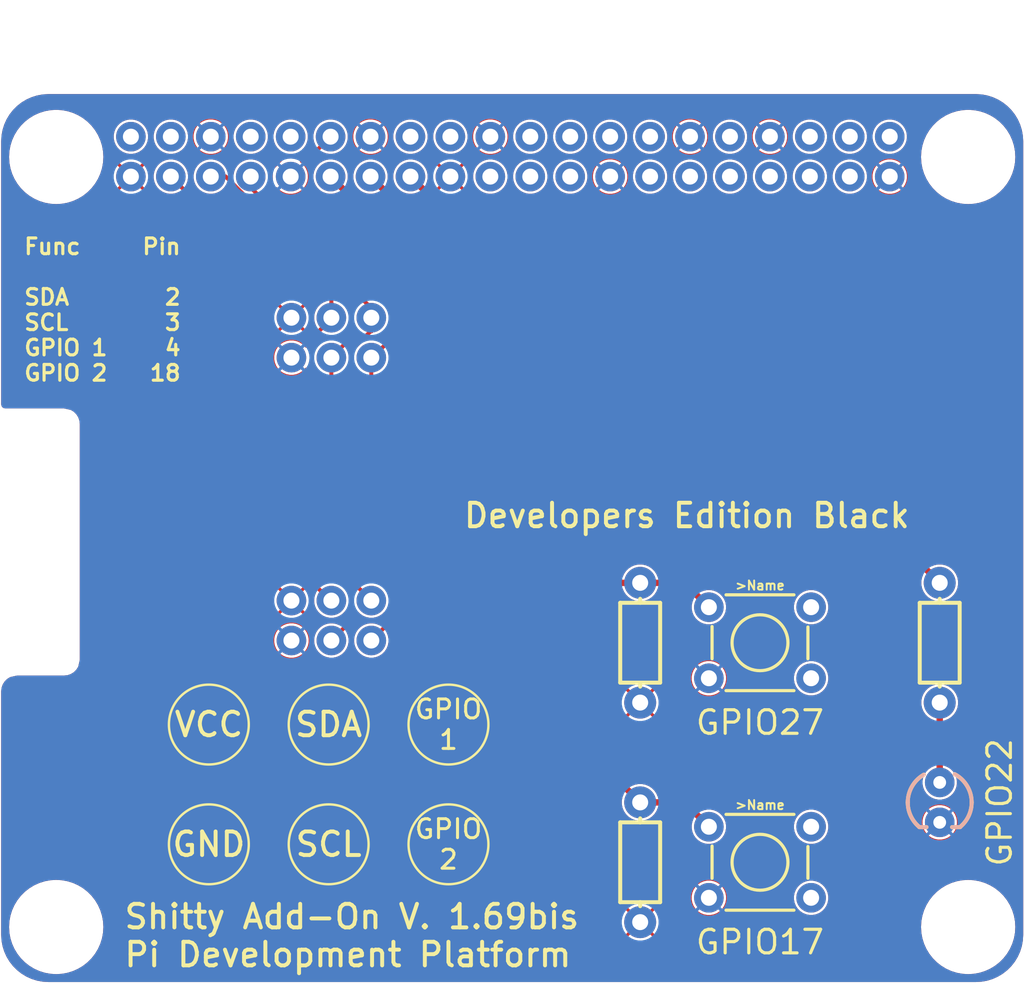
<source format=kicad_pcb>
(kicad_pcb (version 20171130) (host pcbnew "(5.0.0)")
  (layers (0 Top signal) (31 Bottom signal) (34 B.Paste user) (35 F.Paste user) (36 B.SilkS user) (37 F.SilkS user) (38 B.Mask user) (39 F.Mask user) (44 Edge.Cuts user))
  (net 0 "")
  (net 1 5V)
  (net 2 GPIO18)
  (net 3 GPIO23)
  (net 4 GPIO24)
  (net 5 GPIO25)
  (net 6 GPIO16)
  (net 7 GPIO20)
  (net 8 GPIO21)
  (net 9 GPIO26)
  (net 10 GPIO19)
  (net 11 GPIO13)
  (net 12 GPIO6)
  (net 13 GPIO5)
  (net 14 ID_SD)
  (net 15 GPIO11)
  (net 16 GPIO9)
  (net 17 GPIO10)
  (net 18 GPIO22)
  (net 19 GPIO27)
  (net 20 GPIO17)
  (net 21 GND)
  (net 22 GPIO4)
  (net 23 GPIO8)
  (net 24 GPIO7)
  (net 25 ID_SC)
  (net 26 GPIO12)
  (net 27 SDA)
  (net 28 TX)
  (net 29 SCL)
  (net 30 RX)
  (net 31 VCC)
  (net 32 N$1)
  (module ShittyAddonHat:2X20_NOSILK (layer Top) (at 156.7511 53.7536)
    (fp_text reference PI_GPIO hide)
    (fp_text value "")
    (pad 40 thru_hole circle (at 48.26 -2.54) (size 1.8796 1.8796) (drill 1.016) (layers *.Cu *.Mask) (net 8 GPIO21))
    (pad 39 thru_hole circle (at 48.26 0) (size 1.8796 1.8796) (drill 1.016) (layers *.Cu *.Mask) (net 21 GND))
    (pad 38 thru_hole circle (at 45.72 -2.54) (size 1.8796 1.8796) (drill 1.016) (layers *.Cu *.Mask) (net 7 GPIO20))
    (pad 37 thru_hole circle (at 45.72 0) (size 1.8796 1.8796) (drill 1.016) (layers *.Cu *.Mask) (net 9 GPIO26))
    (pad 36 thru_hole circle (at 43.18 -2.54) (size 1.8796 1.8796) (drill 1.016) (layers *.Cu *.Mask) (net 6 GPIO16))
    (pad 35 thru_hole circle (at 43.18 0) (size 1.8796 1.8796) (drill 1.016) (layers *.Cu *.Mask) (net 10 GPIO19))
    (pad 34 thru_hole circle (at 40.64 -2.54) (size 1.8796 1.8796) (drill 1.016) (layers *.Cu *.Mask) (net 21 GND))
    (pad 33 thru_hole circle (at 40.64 0) (size 1.8796 1.8796) (drill 1.016) (layers *.Cu *.Mask) (net 11 GPIO13))
    (pad 32 thru_hole circle (at 38.1 -2.54) (size 1.8796 1.8796) (drill 1.016) (layers *.Cu *.Mask) (net 26 GPIO12))
    (pad 31 thru_hole circle (at 38.1 0) (size 1.8796 1.8796) (drill 1.016) (layers *.Cu *.Mask) (net 12 GPIO6))
    (pad 30 thru_hole circle (at 35.56 -2.54) (size 1.8796 1.8796) (drill 1.016) (layers *.Cu *.Mask) (net 21 GND))
    (pad 29 thru_hole circle (at 35.56 0) (size 1.8796 1.8796) (drill 1.016) (layers *.Cu *.Mask) (net 13 GPIO5))
    (pad 28 thru_hole circle (at 33.02 -2.54) (size 1.8796 1.8796) (drill 1.016) (layers *.Cu *.Mask) (net 25 ID_SC))
    (pad 27 thru_hole circle (at 33.02 0) (size 1.8796 1.8796) (drill 1.016) (layers *.Cu *.Mask) (net 14 ID_SD))
    (pad 26 thru_hole circle (at 30.48 -2.54) (size 1.8796 1.8796) (drill 1.016) (layers *.Cu *.Mask) (net 24 GPIO7))
    (pad 25 thru_hole circle (at 30.48 0) (size 1.8796 1.8796) (drill 1.016) (layers *.Cu *.Mask) (net 21 GND))
    (pad 24 thru_hole circle (at 27.94 -2.54) (size 1.8796 1.8796) (drill 1.016) (layers *.Cu *.Mask) (net 23 GPIO8))
    (pad 23 thru_hole circle (at 27.94 0) (size 1.8796 1.8796) (drill 1.016) (layers *.Cu *.Mask) (net 15 GPIO11))
    (pad 22 thru_hole circle (at 25.4 -2.54) (size 1.8796 1.8796) (drill 1.016) (layers *.Cu *.Mask) (net 5 GPIO25))
    (pad 21 thru_hole circle (at 25.4 0) (size 1.8796 1.8796) (drill 1.016) (layers *.Cu *.Mask) (net 16 GPIO9))
    (pad 20 thru_hole circle (at 22.86 -2.54) (size 1.8796 1.8796) (drill 1.016) (layers *.Cu *.Mask) (net 21 GND))
    (pad 19 thru_hole circle (at 22.86 0) (size 1.8796 1.8796) (drill 1.016) (layers *.Cu *.Mask) (net 17 GPIO10))
    (pad 18 thru_hole circle (at 20.32 -2.54) (size 1.8796 1.8796) (drill 1.016) (layers *.Cu *.Mask) (net 4 GPIO24))
    (pad 17 thru_hole circle (at 20.32 0) (size 1.8796 1.8796) (drill 1.016) (layers *.Cu *.Mask) (net 31 VCC))
    (pad 16 thru_hole circle (at 17.78 -2.54) (size 1.8796 1.8796) (drill 1.016) (layers *.Cu *.Mask) (net 3 GPIO23))
    (pad 15 thru_hole circle (at 17.78 0) (size 1.8796 1.8796) (drill 1.016) (layers *.Cu *.Mask) (net 18 GPIO22))
    (pad 14 thru_hole circle (at 15.24 -2.54) (size 1.8796 1.8796) (drill 1.016) (layers *.Cu *.Mask) (net 21 GND))
    (pad 13 thru_hole circle (at 15.24 0) (size 1.8796 1.8796) (drill 1.016) (layers *.Cu *.Mask) (net 19 GPIO27))
    (pad 12 thru_hole circle (at 12.7 -2.54) (size 1.8796 1.8796) (drill 1.016) (layers *.Cu *.Mask) (net 2 GPIO18))
    (pad 11 thru_hole circle (at 12.7 0) (size 1.8796 1.8796) (drill 1.016) (layers *.Cu *.Mask) (net 20 GPIO17))
    (pad 10 thru_hole circle (at 10.16 -2.54) (size 1.8796 1.8796) (drill 1.016) (layers *.Cu *.Mask) (net 30 RX))
    (pad 9 thru_hole circle (at 10.16 0) (size 1.8796 1.8796) (drill 1.016) (layers *.Cu *.Mask) (net 21 GND))
    (pad 8 thru_hole circle (at 7.62 -2.54) (size 1.8796 1.8796) (drill 1.016) (layers *.Cu *.Mask) (net 28 TX))
    (pad 7 thru_hole circle (at 7.62 0) (size 1.8796 1.8796) (drill 1.016) (layers *.Cu *.Mask) (net 22 GPIO4))
    (pad 6 thru_hole circle (at 5.08 -2.54) (size 1.8796 1.8796) (drill 1.016) (layers *.Cu *.Mask) (net 21 GND))
    (pad 5 thru_hole circle (at 5.08 0) (size 1.8796 1.8796) (drill 1.016) (layers *.Cu *.Mask) (net 29 SCL))
    (pad 4 thru_hole circle (at 2.54 -2.54) (size 1.8796 1.8796) (drill 1.016) (layers *.Cu *.Mask) (net 1 5V))
    (pad 3 thru_hole circle (at 2.54 0) (size 1.8796 1.8796) (drill 1.016) (layers *.Cu *.Mask) (net 27 SDA))
    (pad 2 thru_hole circle (at 0 -2.54) (size 1.8796 1.8796) (drill 1.016) (layers *.Cu *.Mask) (net 1 5V))
    (pad 1 thru_hole circle (at 0 0) (size 1.8796 1.8796) (drill 1.016) (layers *.Cu *.Mask) (net 31 VCC))
  )
  (module ShittyAddonHat:2X3-NS (layer Top) (at 169.5011 64.0036)
    (fp_text reference J2 hide)
    (fp_text value "")
    (pad 6 thru_hole circle (at 2.54 -1.27) (size 1.8796 1.8796) (drill 1.016) (layers *.Cu *.Mask) (net 22 GPIO4))
    (pad 5 thru_hole circle (at 2.54 1.27) (size 1.8796 1.8796) (drill 1.016) (layers *.Cu *.Mask) (net 2 GPIO18))
    (pad 4 thru_hole circle (at 0 -1.27) (size 1.8796 1.8796) (drill 1.016) (layers *.Cu *.Mask) (net 27 SDA))
    (pad 3 thru_hole circle (at 0 1.27) (size 1.8796 1.8796) (drill 1.016) (layers *.Cu *.Mask) (net 29 SCL))
    (pad 2 thru_hole circle (at -2.54 -1.27) (size 1.8796 1.8796) (drill 1.016) (layers *.Cu *.Mask) (net 31 VCC))
    (pad 1 thru_hole circle (at -2.54 1.27) (size 1.8796 1.8796) (drill 1.016) (layers *.Cu *.Mask) (net 21 GND))
  )
  (module ShittyAddonHat:2X3-NS (layer Top) (at 169.5011 82.0036)
    (fp_text reference J1 hide)
    (fp_text value "")
    (pad 6 thru_hole circle (at 2.54 -1.27) (size 1.8796 1.8796) (drill 1.016) (layers *.Cu *.Mask) (net 22 GPIO4))
    (pad 5 thru_hole circle (at 2.54 1.27) (size 1.8796 1.8796) (drill 1.016) (layers *.Cu *.Mask) (net 2 GPIO18))
    (pad 4 thru_hole circle (at 0 -1.27) (size 1.8796 1.8796) (drill 1.016) (layers *.Cu *.Mask) (net 27 SDA))
    (pad 3 thru_hole circle (at 0 1.27) (size 1.8796 1.8796) (drill 1.016) (layers *.Cu *.Mask) (net 29 SCL))
    (pad 2 thru_hole circle (at -2.54 -1.27) (size 1.8796 1.8796) (drill 1.016) (layers *.Cu *.Mask) (net 31 VCC))
    (pad 1 thru_hole circle (at -2.54 1.27) (size 1.8796 1.8796) (drill 1.016) (layers *.Cu *.Mask) (net 21 GND))
  )
  (module ShittyAddonHat:TACTILE_SWITCH_PTH_6.0MM (layer Top) (at 196.7611 97.3836)
    (fp_text reference S1 hide)
    (fp_text value "" hide)
    (fp_text user >Name (at 0 -3.302) (layer F.SilkS) (effects (font (size 0.57912 0.57912) (thickness 0.12192)) (justify bottom)))
    (fp_circle (center 0 0) (end 1.778 0) (layer F.SilkS) (width 0.2032))
    (fp_line (start -3.048 -1.028) (end -3.048 1.016) (layer F.SilkS) (width 0.2032))
    (fp_line (start 3.048 -0.998) (end 3.048 1.016) (layer F.SilkS) (width 0.2032))
    (fp_line (start -2.159 3.048) (end 2.159 3.048) (layer F.SilkS) (width 0.2032))
    (fp_line (start 2.159 -3.048) (end -2.159 -3.048) (layer F.SilkS) (width 0.2032))
    (pad 4 thru_hole circle (at 3.2512 2.2606) (size 1.8796 1.8796) (drill 1.016) (layers *.Cu *.Mask))
    (pad 3 thru_hole circle (at -3.2512 2.2606) (size 1.8796 1.8796) (drill 1.016) (layers *.Cu *.Mask) (net 21 GND))
    (pad 2 thru_hole circle (at 3.2512 -2.2606) (size 1.8796 1.8796) (drill 1.016) (layers *.Cu *.Mask))
    (pad 1 thru_hole circle (at -3.2512 -2.2606) (size 1.8796 1.8796) (drill 1.016) (layers *.Cu *.Mask) (net 20 GPIO17))
  )
  (module ShittyAddonHat:TACTILE_SWITCH_PTH_6.0MM (layer Top) (at 196.7611 83.4136)
    (fp_text reference S2 hide)
    (fp_text value "" hide)
    (fp_text user >Name (at 0 -3.302) (layer F.SilkS) (effects (font (size 0.57912 0.57912) (thickness 0.12192)) (justify bottom)))
    (fp_circle (center 0 0) (end 1.778 0) (layer F.SilkS) (width 0.2032))
    (fp_line (start -3.048 -1.028) (end -3.048 1.016) (layer F.SilkS) (width 0.2032))
    (fp_line (start 3.048 -0.998) (end 3.048 1.016) (layer F.SilkS) (width 0.2032))
    (fp_line (start -2.159 3.048) (end 2.159 3.048) (layer F.SilkS) (width 0.2032))
    (fp_line (start 2.159 -3.048) (end -2.159 -3.048) (layer F.SilkS) (width 0.2032))
    (pad 4 thru_hole circle (at 3.2512 2.2606) (size 1.8796 1.8796) (drill 1.016) (layers *.Cu *.Mask))
    (pad 3 thru_hole circle (at -3.2512 2.2606) (size 1.8796 1.8796) (drill 1.016) (layers *.Cu *.Mask) (net 21 GND))
    (pad 2 thru_hole circle (at 3.2512 -2.2606) (size 1.8796 1.8796) (drill 1.016) (layers *.Cu *.Mask))
    (pad 1 thru_hole circle (at -3.2512 -2.2606) (size 1.8796 1.8796) (drill 1.016) (layers *.Cu *.Mask) (net 19 GPIO27))
  )
  (module ShittyAddonHat:AXIAL-0.3-KIT (layer Top) (at 189.1411 97.3836 90)
    (fp_text reference R1 hide)
    (fp_text value 10k)
    (fp_line (start -2.54 0) (end -2.794 0) (layer F.SilkS) (width 0.254))
    (fp_line (start 2.54 0) (end 2.794 0) (layer F.SilkS) (width 0.254))
    (fp_line (start -2.54 0) (end -2.54 -1.27) (layer F.SilkS) (width 0.254))
    (fp_line (start -2.54 1.27) (end -2.54 0) (layer F.SilkS) (width 0.254))
    (fp_line (start 2.54 1.27) (end -2.54 1.27) (layer F.SilkS) (width 0.254))
    (fp_line (start 2.54 0) (end 2.54 1.27) (layer F.SilkS) (width 0.254))
    (fp_line (start 2.54 -1.27) (end 2.54 0) (layer F.SilkS) (width 0.254))
    (fp_line (start -2.54 -1.27) (end 2.54 -1.27) (layer F.SilkS) (width 0.254))
    (pad P$2 thru_hole circle (at 3.81 0 90) (size 2.032 2.032) (drill 1.016) (layers *.Cu *.Mask) (net 20 GPIO17))
    (pad P$1 thru_hole circle (at -3.81 0 90) (size 2.032 2.032) (drill 1.016) (layers *.Cu *.Mask) (net 31 VCC))
  )
  (module RPi_Hat:RPi_Hat_Mounting_Hole (layer Top) (at 210 52.5)
    (fp_text reference "" hide)
    (fp_text value "" hide)
    (pad "" np_thru_hole circle (at 0 0) (size 2.75 2.75) (drill 2.75) (layers *.Cu *.Mask) (clearance 1.725))
  )
  (module RPi_Hat:RPi_Hat_Mounting_Hole (layer Top) (at 210 101.5)
    (fp_text reference "" hide)
    (fp_text value "" hide)
    (pad "" np_thru_hole circle (at 0 0) (size 2.75 2.75) (drill 2.75) (layers *.Cu *.Mask) (clearance 1.725))
  )
  (module RPi_Hat:RPi_Hat_Mounting_Hole (layer Top) (at 152 101.5)
    (fp_text reference "" hide)
    (fp_text value "" hide)
    (pad "" np_thru_hole circle (at 0 0) (size 2.75 2.75) (drill 2.75) (layers *.Cu *.Mask) (clearance 1.725))
  )
  (module RPi_Hat:RPi_Hat_Mounting_Hole (layer Top) (at 152 52.5)
    (fp_text reference "" hide)
    (fp_text value "" hide)
    (pad "" np_thru_hole circle (at 0 0) (size 2.75 2.75) (drill 2.75) (layers *.Cu *.Mask) (clearance 1.725))
  )
  (module ShittyAddonHat:AXIAL-0.3-KIT (layer Top) (at 189.1411 83.4136 90)
    (fp_text reference R2 hide)
    (fp_text value 10k)
    (fp_line (start -2.54 0) (end -2.794 0) (layer F.SilkS) (width 0.254))
    (fp_line (start 2.54 0) (end 2.794 0) (layer F.SilkS) (width 0.254))
    (fp_line (start -2.54 0) (end -2.54 -1.27) (layer F.SilkS) (width 0.254))
    (fp_line (start -2.54 1.27) (end -2.54 0) (layer F.SilkS) (width 0.254))
    (fp_line (start 2.54 1.27) (end -2.54 1.27) (layer F.SilkS) (width 0.254))
    (fp_line (start 2.54 0) (end 2.54 1.27) (layer F.SilkS) (width 0.254))
    (fp_line (start 2.54 -1.27) (end 2.54 0) (layer F.SilkS) (width 0.254))
    (fp_line (start -2.54 -1.27) (end 2.54 -1.27) (layer F.SilkS) (width 0.254))
    (pad P$2 thru_hole circle (at 3.81 0 90) (size 2.032 2.032) (drill 1.016) (layers *.Cu *.Mask) (net 19 GPIO27))
    (pad P$1 thru_hole circle (at -3.81 0 90) (size 2.032 2.032) (drill 1.016) (layers *.Cu *.Mask) (net 31 VCC))
  )
  (module ShittyAddonHat:LED_3MM (layer Top) (at 208.1911 93.5736 270)
    (fp_text reference D1 hide)
    (fp_text value "")
    (fp_line (start 1.5748 1.2954) (end 1.5748 0.8382) (layer F.SilkS) (width 0.254))
    (fp_line (start 1.5748 -1.2954) (end 1.5748 -0.7874) (layer F.SilkS) (width 0.254))
    (fp_arc (start -0.000056 0) (end -1.7643 1.0082) (angle -60.255215) (layer F.SilkS) (width 0.254))
    (fp_arc (start 0.000037 0) (end 0 2.032) (angle -49.763022) (layer F.SilkS) (width 0.254))
    (fp_arc (start 0.00006 0) (end -1.7929 -0.9562) (angle 61.926949) (layer F.SilkS) (width 0.254))
    (fp_arc (start 0.000012 0) (end 0 -2.032) (angle 50.193108) (layer F.SilkS) (width 0.254))
    (fp_line (start 1.5748 1.2954) (end 1.5748 0.8382) (layer B.SilkS) (width 0.254))
    (fp_line (start 1.5748 -1.2954) (end 1.5748 -0.7874) (layer B.SilkS) (width 0.254))
    (fp_arc (start -0.000056 0) (end -1.7643 1.0082) (angle -60.255215) (layer B.SilkS) (width 0.254))
    (fp_arc (start 0.000037 0) (end 0 2.032) (angle -49.763022) (layer B.SilkS) (width 0.254))
    (fp_arc (start 0.00006 0) (end -1.7929 -0.9562) (angle 61.926949) (layer B.SilkS) (width 0.254))
    (fp_arc (start 0.000012 0) (end 0 -2.032) (angle 50.193108) (layer B.SilkS) (width 0.254))
    (pad K thru_hole circle (at 1.27 0 270) (size 1.8796 1.8796) (drill 0.8128) (layers *.Cu *.Mask) (net 21 GND))
    (pad A thru_hole circle (at -1.27 0 270) (size 1.8796 1.8796) (drill 0.8128) (layers *.Cu *.Mask) (net 32 N$1))
  )
  (module ShittyAddonHat:AXIAL-0.3-KIT (layer Top) (at 208.1911 83.4136 270)
    (fp_text reference R3 hide)
    (fp_text value 22)
    (fp_line (start -2.54 0) (end -2.794 0) (layer F.SilkS) (width 0.254))
    (fp_line (start 2.54 0) (end 2.794 0) (layer F.SilkS) (width 0.254))
    (fp_line (start -2.54 0) (end -2.54 -1.27) (layer F.SilkS) (width 0.254))
    (fp_line (start -2.54 1.27) (end -2.54 0) (layer F.SilkS) (width 0.254))
    (fp_line (start 2.54 1.27) (end -2.54 1.27) (layer F.SilkS) (width 0.254))
    (fp_line (start 2.54 0) (end 2.54 1.27) (layer F.SilkS) (width 0.254))
    (fp_line (start 2.54 -1.27) (end 2.54 0) (layer F.SilkS) (width 0.254))
    (fp_line (start -2.54 -1.27) (end 2.54 -1.27) (layer F.SilkS) (width 0.254))
    (pad P$2 thru_hole circle (at 3.81 0 270) (size 2.032 2.032) (drill 1.016) (layers *.Cu *.Mask) (net 32 N$1))
    (pad P$1 thru_hole circle (at -3.81 0 270) (size 2.032 2.032) (drill 1.016) (layers *.Cu *.Mask) (net 18 GPIO22))
  )
  (gr_text "GPIO\n2" (at 176.9491 96.2406) (layer F.SilkS) (effects (font (size 1.2065 1.2065) (thickness 0.1905))))
  (gr_text "GPIO\n1" (at 176.9491 88.6206) (layer F.SilkS) (effects (font (size 1.2065 1.2065) (thickness 0.1905))))
  (gr_circle (center 176.9491 88.6206) (end 179.4891 88.6206) (layer F.SilkS) (width 0.1524))
  (gr_text SDA (at 169.3291 88.6206) (layer F.SilkS) (effects (font (size 1.5 1.5) (thickness 0.25))))
  (gr_circle (center 169.3291 88.6206) (end 171.8691 88.6206) (layer F.SilkS) (width 0.1524))
  (gr_text SCL (at 169.3291 96.2406) (layer F.SilkS) (effects (font (size 1.5 1.5) (thickness 0.25))))
  (gr_circle (center 169.3291 96.2406) (end 171.8691 96.2406) (layer F.SilkS) (width 0.1524))
  (gr_text GND (at 161.7091 96.2406) (layer F.SilkS) (effects (font (size 1.5 1.5) (thickness 0.25))))
  (gr_circle (center 161.7091 96.2406) (end 164.2491 96.2406) (layer F.SilkS) (width 0.1524))
  (gr_circle (center 161.7091 88.6206) (end 164.2491 88.6206) (layer F.SilkS) (width 0.1524))
  (gr_text VCC (at 161.7091 88.6206) (layer F.SilkS) (effects (font (size 1.5 1.5) (thickness 0.25))))
  (gr_text "Shitty Add-On V. 1.69bis\nPi Development Platform" (at 156.21 104.14) (layer F.SilkS) (effects (font (size 1.5 1.5) (thickness 0.25)) (justify left bottom)))
  (gr_text "Developers Edition Black" (at 177.8 76.2) (layer F.SilkS) (effects (font (size 1.5 1.5) (thickness 0.25)) (justify left bottom)))
  (gr_text "Func\n\nSDA\nSCL\nGPIO 1\nGPIO 2\n" (at 149.86 62.23) (layer F.SilkS) (effects (font (size 1 1) (thickness 0.2)) (justify left)))
  (gr_text "Pin\n\n2\n3\n4\n18" (at 160.02 62.23) (layer F.SilkS) (effects (font (size 1 1) (thickness 0.2)) (justify right)))
  (gr_circle (center 176.9491 96.2406) (end 179.4891 96.2406) (layer F.SilkS) (width 0.1524))
  (gr_text GPIO17 (at 196.7611 102.4636) (layer F.SilkS) (effects (font (size 1.5 1.5) (thickness 0.2))))
  (gr_text GPIO27 (at 196.7611 88.4936) (layer F.SilkS) (effects (font (size 1.5 1.5) (thickness 0.2))))
  (gr_text GPIO22 (at 212.0011 93.5736 90) (layer F.SilkS) (effects (font (size 1.5 1.5) (thickness 0.2))))
  (segment (start 169.4511 51.2136) (end 168.2319 52.4328) (width 0.254) (layer Top) (net 2))
  (segment (start 165.6919 53.248588) (end 165.6919 53.2688) (width 0.254) (layer Top) (net 2))
  (segment (start 165.6919 53.2688) (end 165.6461 53.3146) (width 0.254) (layer Top) (net 2))
  (segment (start 166.507687 52.4328) (end 165.6919 53.248588) (width 0.254) (layer Top) (net 2))
  (segment (start 168.2319 52.4328) (end 166.507687 52.4328) (width 0.254) (layer Top) (net 2))
  (segment (start 165.6461 53.3146) (end 165.6461 54.8386) (width 0.254) (layer Top) (net 2))
  (segment (start 165.6461 54.8386) (end 172.2501 61.4426) (width 0.254) (layer Top) (net 2))
  (segment (start 172.2501 61.4426) (end 172.6311 61.4426) (width 0.254) (layer Top) (net 2))
  (segment (start 172.6311 61.4426) (end 173.2661 62.0776) (width 0.254) (layer Top) (net 2))
  (segment (start 173.2661 62.0776) (end 173.2661 64.1096) (width 0.254) (layer Top) (net 2))
  (segment (start 173.2661 64.1096) (end 172.1021 65.2736) (width 0.254) (layer Top) (net 2))
  (segment (start 172.1021 65.2736) (end 172.0411 65.2736) (width 0.254) (layer Top) (net 2))
  (segment (start 172.0411 65.2736) (end 172.0411 78.8866) (width 0.254) (layer Top) (net 2))
  (segment (start 172.0411 78.8866) (end 173.2661 80.1116) (width 0.254) (layer Top) (net 2))
  (segment (start 173.2661 82.0486) (end 172.0411 83.2736) (width 0.254) (layer Top) (net 2))
  (segment (start 173.2661 80.1116) (end 173.2661 82.0486) (width 0.254) (layer Top) (net 2))
  (segment (start 174.5311 53.7536) (end 176.4411 55.6636) (width 0.4064) (layer Top) (net 18))
  (segment (start 176.4411 55.6636) (end 176.4411 75.7936) (width 0.4064) (layer Top) (net 18))
  (segment (start 176.4411 75.7936) (end 177.7111 77.0636) (width 0.4064) (layer Top) (net 18))
  (segment (start 205.6511 77.0636) (end 208.1911 79.6036) (width 0.4064) (layer Top) (net 18))
  (segment (start 177.7111 77.0636) (end 205.6511 77.0636) (width 0.4064) (layer Top) (net 18))
  (segment (start 191.9605 79.6036) (end 189.1411 79.6036) (width 0.4064) (layer Top) (net 19))
  (segment (start 193.5099 81.153) (end 191.9605 79.6036) (width 0.4064) (layer Top) (net 19))
  (segment (start 189.1411 79.6036) (end 177.7111 79.6036) (width 0.4064) (layer Top) (net 19))
  (segment (start 177.7111 79.6036) (end 175.1711 77.0636) (width 0.4064) (layer Top) (net 19))
  (segment (start 175.1711 56.9336) (end 171.9911 53.7536) (width 0.4064) (layer Top) (net 19))
  (segment (start 175.1711 77.0636) (end 175.1711 56.9336) (width 0.4064) (layer Top) (net 19))
  (segment (start 169.4511 53.7536) (end 173.9011 58.2036) (width 0.4064) (layer Top) (net 20))
  (segment (start 173.9011 80.8736) (end 175.1711 82.1436) (width 0.4064) (layer Top) (net 20))
  (segment (start 175.1711 82.1436) (end 185.3311 82.1436) (width 0.4064) (layer Top) (net 20))
  (segment (start 185.3311 82.1436) (end 186.6011 83.4136) (width 0.4064) (layer Top) (net 20))
  (segment (start 186.6011 83.4136) (end 186.6011 91.0336) (width 0.4064) (layer Top) (net 20))
  (segment (start 186.6011 91.0336) (end 189.1411 93.5736) (width 0.4064) (layer Top) (net 20))
  (segment (start 173.9011 58.2036) (end 173.9011 80.8736) (width 0.4064) (layer Top) (net 20))
  (segment (start 193.5099 95.123) (end 191.9605 93.5736) (width 0.4064) (layer Top) (net 20))
  (segment (start 191.9605 93.5736) (end 189.1411 93.5736) (width 0.4064) (layer Top) (net 20))
  (segment (start 164.3711 53.7536) (end 164.3711 54.4526) (width 0.254) (layer Top) (net 22))
  (segment (start 172.0411 62.1226) (end 172.0411 62.7336) (width 0.254) (layer Top) (net 22))
  (segment (start 164.3711 54.4526) (end 172.0411 62.1226) (width 0.254) (layer Top) (net 22))
  (segment (start 172.0411 62.7336) (end 172.0411 63.6016) (width 0.254) (layer Top) (net 22))
  (segment (start 171.988887 63.6016) (end 170.7261 64.864388) (width 0.254) (layer Top) (net 22))
  (segment (start 172.0411 63.6016) (end 171.988887 63.6016) (width 0.254) (layer Top) (net 22))
  (segment (start 170.7261 79.4186) (end 172.0411 80.7336) (width 0.254) (layer Top) (net 22))
  (segment (start 170.7261 64.864388) (end 170.7261 79.4186) (width 0.254) (layer Top) (net 22))
  (segment (start 169.5011 62.7971) (end 168.2496 64.0486) (width 0.254) (layer Top) (net 27))
  (segment (start 168.2496 64.0486) (end 168.2496 79.5401) (width 0.254) (layer Top) (net 27))
  (segment (start 168.2496 79.5401) (end 169.4431 80.7336) (width 0.254) (layer Top) (net 27))
  (segment (start 169.4431 80.7336) (end 169.5011 80.7336) (width 0.254) (layer Top) (net 27))
  (segment (start 169.5011 62.7336) (end 169.5011 62.7971) (width 0.254) (layer Top) (net 27))
  (segment (start 159.2911 53.7536) (end 161.0111 55.4736) (width 0.254) (layer Top) (net 27))
  (segment (start 161.0111 55.4736) (end 163.6141 55.4736) (width 0.254) (layer Top) (net 27))
  (segment (start 163.6141 55.4736) (end 169.5011 61.3606) (width 0.254) (layer Top) (net 27))
  (segment (start 169.5011 61.3606) (end 169.5011 62.7336) (width 0.254) (layer Top) (net 27))
  (segment (start 170.7511 64.0036) (end 169.5011 65.2536) (width 0.254) (layer Top) (net 29))
  (segment (start 169.5011 65.2536) (end 169.5011 65.2736) (width 0.254) (layer Top) (net 29))
  (segment (start 169.5011 65.2736) (end 169.5011 78.9501) (width 0.254) (layer Top) (net 29))
  (segment (start 170.7896 81.9851) (end 169.5011 83.2736) (width 0.254) (layer Top) (net 29))
  (segment (start 169.5011 78.9501) (end 170.7896 80.2386) (width 0.254) (layer Top) (net 29))
  (segment (start 170.7896 80.2386) (end 170.7896 81.9851) (width 0.254) (layer Top) (net 29))
  (segment (start 170.7511 62.2046) (end 170.7511 64.0036) (width 0.254) (layer Top) (net 29))
  (segment (start 162.7831 53.7536) (end 170.7511 61.7216) (width 0.254) (layer Top) (net 29))
  (segment (start 170.7511 61.7216) (end 170.7511 62.2046) (width 0.254) (layer Top) (net 29))
  (segment (start 161.8311 53.7536) (end 162.7831 53.7536) (width 0.254) (layer Top) (net 29))
  (segment (start 208.1911 87.2236) (end 208.1911 92.3036) (width 0.4064) (layer Top) (net 32))
  (zone (net 0) (net_name "") (layer Top) (priority 6) (connect_pads (clearance 0)) (min_thickness 0.1524)
    (keepout (tracks not_allowed) (vias not_allowed) (copperpour not_allowed))
    (fill (arc_segments 32) (thermal_gap 0.2024) (thermal_bridge_width 0.2024))
    (polygon (pts (xy 152.0011 49.5036) (xy 152.36271 49.525473) (xy 152.719047 49.590775) (xy 153.064915 49.698551) (xy 153.39527 49.847232) (xy 153.705294 50.034648) (xy 153.990468 50.258068) (xy 154.246632 50.514232) (xy 154.470052 50.799406) (xy 154.657468 51.10943) (xy 154.806149 51.439785) (xy 154.913925 51.785653) (xy 154.979227 52.14199) (xy 155.0011 52.5036) (xy 154.979227 52.86521) (xy 154.913925 53.221547) (xy 154.806149 53.567415) (xy 154.657468 53.89777) (xy 154.470052 54.207794) (xy 154.246632 54.492968) (xy 153.990468 54.749132) (xy 153.705294 54.972552) (xy 153.39527 55.159968) (xy 153.064915 55.308649) (xy 152.719047 55.416425) (xy 152.36271 55.481727) (xy 152.0011 55.5036) (xy 151.63949 55.481727) (xy 151.283153 55.416425) (xy 150.937285 55.308649) (xy 150.60693 55.159968) (xy 150.296906 54.972552) (xy 150.011732 54.749132) (xy 149.755568 54.492968) (xy 149.532148 54.207794) (xy 149.344732 53.89777) (xy 149.196051 53.567415) (xy 149.088275 53.221547) (xy 149.022973 52.86521) (xy 149.0011 52.5036) (xy 149.022973 52.14199) (xy 149.088275 51.785653) (xy 149.196051 51.439785) (xy 149.344732 51.10943) (xy 149.532148 50.799406) (xy 149.755568 50.514232) (xy 150.011732 50.258068) (xy 150.296906 50.034648) (xy 150.60693 49.847232) (xy 150.937285 49.698551) (xy 151.283153 49.590775) (xy 151.63949 49.525473)))
  )
  (zone (net 0) (net_name "") (layer Bottom) (priority 6) (connect_pads (clearance 0)) (min_thickness 0.1524)
    (keepout (tracks not_allowed) (vias not_allowed) (copperpour not_allowed))
    (fill (arc_segments 32) (thermal_gap 0.2024) (thermal_bridge_width 0.2024))
    (polygon (pts (xy 152.0011 49.5036) (xy 152.36271 49.525473) (xy 152.719047 49.590775) (xy 153.064915 49.698551) (xy 153.39527 49.847232) (xy 153.705294 50.034648) (xy 153.990468 50.258068) (xy 154.246632 50.514232) (xy 154.470052 50.799406) (xy 154.657468 51.10943) (xy 154.806149 51.439785) (xy 154.913925 51.785653) (xy 154.979227 52.14199) (xy 155.0011 52.5036) (xy 154.979227 52.86521) (xy 154.913925 53.221547) (xy 154.806149 53.567415) (xy 154.657468 53.89777) (xy 154.470052 54.207794) (xy 154.246632 54.492968) (xy 153.990468 54.749132) (xy 153.705294 54.972552) (xy 153.39527 55.159968) (xy 153.064915 55.308649) (xy 152.719047 55.416425) (xy 152.36271 55.481727) (xy 152.0011 55.5036) (xy 151.63949 55.481727) (xy 151.283153 55.416425) (xy 150.937285 55.308649) (xy 150.60693 55.159968) (xy 150.296906 54.972552) (xy 150.011732 54.749132) (xy 149.755568 54.492968) (xy 149.532148 54.207794) (xy 149.344732 53.89777) (xy 149.196051 53.567415) (xy 149.088275 53.221547) (xy 149.022973 52.86521) (xy 149.0011 52.5036) (xy 149.022973 52.14199) (xy 149.088275 51.785653) (xy 149.196051 51.439785) (xy 149.344732 51.10943) (xy 149.532148 50.799406) (xy 149.755568 50.514232) (xy 150.011732 50.258068) (xy 150.296906 50.034648) (xy 150.60693 49.847232) (xy 150.937285 49.698551) (xy 151.283153 49.590775) (xy 151.63949 49.525473)))
  )
  (zone (net 0) (net_name "") (layer Bottom) (priority 6) (connect_pads (clearance 0)) (min_thickness 0.1524)
    (keepout (tracks not_allowed) (vias not_allowed) (copperpour not_allowed))
    (fill (arc_segments 32) (thermal_gap 0.2024) (thermal_bridge_width 0.2024))
    (polygon (pts (xy 210.0011 98.5036) (xy 210.36271 98.525473) (xy 210.719047 98.590775) (xy 211.064915 98.698551) (xy 211.39527 98.847232) (xy 211.705294 99.034648) (xy 211.990468 99.258068) (xy 212.246632 99.514232) (xy 212.470052 99.799406) (xy 212.657468 100.10943) (xy 212.806149 100.439785) (xy 212.913925 100.785653) (xy 212.979227 101.14199) (xy 213.0011 101.5036) (xy 212.979227 101.86521) (xy 212.913925 102.221547) (xy 212.806149 102.567415) (xy 212.657468 102.89777) (xy 212.470052 103.207794) (xy 212.246632 103.492968) (xy 211.990468 103.749132) (xy 211.705294 103.972552) (xy 211.39527 104.159968) (xy 211.064915 104.308649) (xy 210.719047 104.416425) (xy 210.36271 104.481727) (xy 210.0011 104.5036) (xy 209.63949 104.481727) (xy 209.283153 104.416425) (xy 208.937285 104.308649) (xy 208.60693 104.159968) (xy 208.296906 103.972552) (xy 208.011732 103.749132) (xy 207.755568 103.492968) (xy 207.532148 103.207794) (xy 207.344732 102.89777) (xy 207.196051 102.567415) (xy 207.088275 102.221547) (xy 207.022973 101.86521) (xy 207.0011 101.5036) (xy 207.022973 101.14199) (xy 207.088275 100.785653) (xy 207.196051 100.439785) (xy 207.344732 100.10943) (xy 207.532148 99.799406) (xy 207.755568 99.514232) (xy 208.011732 99.258068) (xy 208.296906 99.034648) (xy 208.60693 98.847232) (xy 208.937285 98.698551) (xy 209.283153 98.590775) (xy 209.63949 98.525473)))
  )
  (zone (net 0) (net_name "") (layer Top) (priority 6) (connect_pads (clearance 0)) (min_thickness 0.1524)
    (keepout (tracks not_allowed) (vias not_allowed) (copperpour not_allowed))
    (fill (arc_segments 32) (thermal_gap 0.2024) (thermal_bridge_width 0.2024))
    (polygon (pts (xy 210.0011 49.5036) (xy 210.36271 49.525473) (xy 210.719047 49.590775) (xy 211.064915 49.698551) (xy 211.39527 49.847232) (xy 211.705294 50.034648) (xy 211.990468 50.258068) (xy 212.246632 50.514232) (xy 212.470052 50.799406) (xy 212.657468 51.10943) (xy 212.806149 51.439785) (xy 212.913925 51.785653) (xy 212.979227 52.14199) (xy 213.0011 52.5036) (xy 212.979227 52.86521) (xy 212.913925 53.221547) (xy 212.806149 53.567415) (xy 212.657468 53.89777) (xy 212.470052 54.207794) (xy 212.246632 54.492968) (xy 211.990468 54.749132) (xy 211.705294 54.972552) (xy 211.39527 55.159968) (xy 211.064915 55.308649) (xy 210.719047 55.416425) (xy 210.36271 55.481727) (xy 210.0011 55.5036) (xy 209.63949 55.481727) (xy 209.283153 55.416425) (xy 208.937285 55.308649) (xy 208.60693 55.159968) (xy 208.296906 54.972552) (xy 208.011732 54.749132) (xy 207.755568 54.492968) (xy 207.532148 54.207794) (xy 207.344732 53.89777) (xy 207.196051 53.567415) (xy 207.088275 53.221547) (xy 207.022973 52.86521) (xy 207.0011 52.5036) (xy 207.022973 52.14199) (xy 207.088275 51.785653) (xy 207.196051 51.439785) (xy 207.344732 51.10943) (xy 207.532148 50.799406) (xy 207.755568 50.514232) (xy 208.011732 50.258068) (xy 208.296906 50.034648) (xy 208.60693 49.847232) (xy 208.937285 49.698551) (xy 209.283153 49.590775) (xy 209.63949 49.525473)))
  )
  (zone (net 0) (net_name "") (layer Bottom) (priority 6) (connect_pads (clearance 0)) (min_thickness 0.1524)
    (keepout (tracks not_allowed) (vias not_allowed) (copperpour not_allowed))
    (fill (arc_segments 32) (thermal_gap 0.2024) (thermal_bridge_width 0.2024))
    (polygon (pts (xy 210.0011 49.5036) (xy 210.36271 49.525473) (xy 210.719047 49.590775) (xy 211.064915 49.698551) (xy 211.39527 49.847232) (xy 211.705294 50.034648) (xy 211.990468 50.258068) (xy 212.246632 50.514232) (xy 212.470052 50.799406) (xy 212.657468 51.10943) (xy 212.806149 51.439785) (xy 212.913925 51.785653) (xy 212.979227 52.14199) (xy 213.0011 52.5036) (xy 212.979227 52.86521) (xy 212.913925 53.221547) (xy 212.806149 53.567415) (xy 212.657468 53.89777) (xy 212.470052 54.207794) (xy 212.246632 54.492968) (xy 211.990468 54.749132) (xy 211.705294 54.972552) (xy 211.39527 55.159968) (xy 211.064915 55.308649) (xy 210.719047 55.416425) (xy 210.36271 55.481727) (xy 210.0011 55.5036) (xy 209.63949 55.481727) (xy 209.283153 55.416425) (xy 208.937285 55.308649) (xy 208.60693 55.159968) (xy 208.296906 54.972552) (xy 208.011732 54.749132) (xy 207.755568 54.492968) (xy 207.532148 54.207794) (xy 207.344732 53.89777) (xy 207.196051 53.567415) (xy 207.088275 53.221547) (xy 207.022973 52.86521) (xy 207.0011 52.5036) (xy 207.022973 52.14199) (xy 207.088275 51.785653) (xy 207.196051 51.439785) (xy 207.344732 51.10943) (xy 207.532148 50.799406) (xy 207.755568 50.514232) (xy 208.011732 50.258068) (xy 208.296906 50.034648) (xy 208.60693 49.847232) (xy 208.937285 49.698551) (xy 209.283153 49.590775) (xy 209.63949 49.525473)))
  )
  (zone (net 21) (net_name GND) (layer Bottom) (priority 6) (connect_pads (clearance 0)) (min_thickness 0.1524) (fill yes (arc_segments 32) (thermal_gap 0.2024) (thermal_bridge_width 0.2024))
    (polygon (pts (xy 148.5011 53.0036) (xy 148.5011 51.5036) (xy 148.522973 51.14199) (xy 148.588275 50.785653) (xy 148.696051 50.439785) (xy 148.844732 50.10943) (xy 149.032148 49.799406) (xy 149.255568 49.514232) (xy 149.511732 49.258068) (xy 149.796906 49.034648) (xy 150.10693 48.847232) (xy 150.437285 48.698551) (xy 150.783153 48.590775) (xy 151.13949 48.525473) (xy 151.5011 48.5036) (xy 210.5011 48.5036) (xy 210.86271 48.525473) (xy 211.219047 48.590775) (xy 211.564915 48.698551) (xy 211.89527 48.847232) (xy 212.205294 49.034648) (xy 212.490468 49.258068) (xy 212.746632 49.514232) (xy 212.970052 49.799406) (xy 213.157468 50.10943) (xy 213.306149 50.439785) (xy 213.413925 50.785653) (xy 213.479227 51.14199) (xy 213.5011 51.5036) (xy 213.5011 102.0036) (xy 213.479227 102.36521) (xy 213.413925 102.721547) (xy 213.306149 103.067415) (xy 213.157468 103.39777) (xy 212.970052 103.707794) (xy 212.746632 103.992968) (xy 212.490468 104.249132) (xy 212.205294 104.472552) (xy 211.89527 104.659968) (xy 211.564915 104.808649) (xy 211.219047 104.916425) (xy 210.86271 104.981727) (xy 210.5011 105.0036) (xy 151.5011 105.0036) (xy 151.13949 104.981727) (xy 150.783153 104.916425) (xy 150.437285 104.808649) (xy 150.10693 104.659968) (xy 149.796906 104.472552) (xy 149.511732 104.249132) (xy 149.255568 103.992968) (xy 149.032148 103.707794) (xy 148.844732 103.39777) (xy 148.696051 103.067415) (xy 148.588275 102.721547) (xy 148.522973 102.36521) (xy 148.5011 102.0036) (xy 148.5011 86.5036) (xy 148.526172 86.281079) (xy 148.600131 86.069716) (xy 148.719269 85.88011) (xy 148.87761 85.721769) (xy 149.067216 85.602631) (xy 149.5011 85.5036) (xy 152.5011 85.5036) (xy 152.723621 85.478528) (xy 152.934984 85.404569) (xy 153.12459 85.285431) (xy 153.282931 85.12709) (xy 153.402069 84.937484) (xy 153.5011 84.5036) (xy 153.5011 69.5036) (xy 153.476028 69.281079) (xy 153.402069 69.069716) (xy 153.282931 68.88011) (xy 153.12459 68.721769) (xy 152.934984 68.602631) (xy 152.5011 68.5036) (xy 148.7511 68.5036) (xy 148.6261 68.470106) (xy 148.534594 68.3786) (xy 148.5011 68.2536)))
  )
  (zone (net 31) (net_name VCC) (layer Top) (priority 6) (connect_pads (clearance 0)) (min_thickness 0.1524) (fill yes (arc_segments 32) (thermal_gap 0.2024) (thermal_bridge_width 0.2024))
    (polygon (pts (xy 148.5011 68.0036) (xy 148.5011 52.0036) (xy 148.5011 51.5036) (xy 148.522973 51.14199) (xy 148.588275 50.785653) (xy 148.696051 50.439785) (xy 148.844732 50.10943) (xy 149.032148 49.799406) (xy 149.255568 49.514232) (xy 149.511732 49.258068) (xy 149.796906 49.034648) (xy 150.10693 48.847232) (xy 150.437285 48.698551) (xy 150.783153 48.590775) (xy 151.13949 48.525473) (xy 151.5011 48.5036) (xy 210.5011 48.5036) (xy 210.86271 48.525473) (xy 211.219047 48.590775) (xy 211.564915 48.698551) (xy 211.89527 48.847232) (xy 212.205294 49.034648) (xy 212.490468 49.258068) (xy 212.746632 49.514232) (xy 212.970052 49.799406) (xy 213.157468 50.10943) (xy 213.306149 50.439785) (xy 213.413925 50.785653) (xy 213.479227 51.14199) (xy 213.5011 51.5036) (xy 213.5011 52.0036) (xy 213.5011 102.0036) (xy 213.479227 102.36521) (xy 213.413925 102.721547) (xy 213.306149 103.067415) (xy 213.157468 103.39777) (xy 212.970052 103.707794) (xy 212.746632 103.992968) (xy 212.490468 104.249132) (xy 212.205294 104.472552) (xy 211.89527 104.659968) (xy 211.564915 104.808649) (xy 211.219047 104.916425) (xy 210.86271 104.981727) (xy 210.5011 105.0036) (xy 209.5011 105.0036) (xy 151.5011 105.0036) (xy 151.13949 104.981727) (xy 150.783153 104.916425) (xy 150.437285 104.808649) (xy 150.10693 104.659968) (xy 149.796906 104.472552) (xy 149.511732 104.249132) (xy 149.255568 103.992968) (xy 149.032148 103.707794) (xy 148.844732 103.39777) (xy 148.696051 103.067415) (xy 148.588275 102.721547) (xy 148.522973 102.36521) (xy 148.5011 102.0036) (xy 148.5011 87.0036) (xy 148.5011 86.5036) (xy 148.526172 86.281079) (xy 148.600131 86.069716) (xy 148.719269 85.88011) (xy 148.87761 85.721769) (xy 149.067216 85.602631) (xy 149.5011 85.5036) (xy 152.5011 85.5036) (xy 152.723621 85.478528) (xy 152.934984 85.404569) (xy 153.12459 85.285431) (xy 153.282931 85.12709) (xy 153.402069 84.937484) (xy 153.5011 84.5036) (xy 153.5011 84.2536) (xy 153.5011 69.5036) (xy 153.476028 69.281079) (xy 153.402069 69.069716) (xy 153.282931 68.88011) (xy 153.12459 68.721769) (xy 152.934984 68.602631) (xy 152.5011 68.5036) (xy 149.0011 68.5036) (xy 148.7511 68.5036) (xy 148.6261 68.470106) (xy 148.534594 68.3786) (xy 148.5011 68.2536)))
  )
)
</source>
